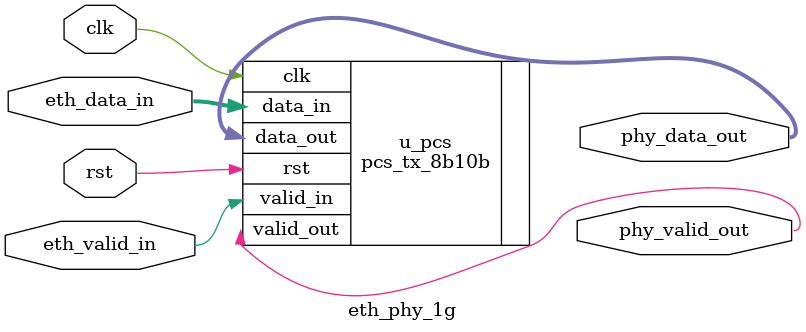
<source format=v>
`timescale 1ns / 1ps

module eth_phy_1g (
    input wire clk,
    input wire rst,
    input wire [7:0] eth_data_in,
    input wire eth_valid_in,
    output wire [9:0] phy_data_out,
    output wire phy_valid_out
);

pcs_tx_8b10b u_pcs (
    .clk(clk),
    .rst(rst),
    .data_in(eth_data_in),
    .valid_in(eth_valid_in),
    .data_out(phy_data_out),
    .valid_out(phy_valid_out)
);


endmodule


</source>
